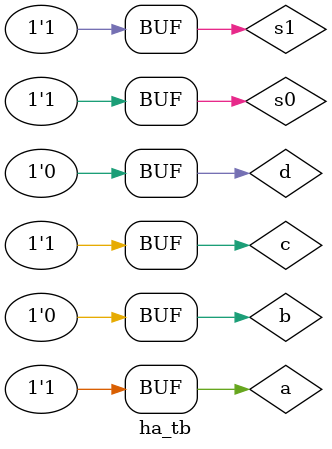
<source format=v>
module fulladder(a,b,c,d,s0,s1,out);
input a,b,c,d,s0,s1;
output out;
wire x,y,z,e,s1b,s0b;
not(s1b,s1);
not(s0b,s0);
and(x,s0b,s1b,a);
and(y,s0,s1b,b);
and(z,s0b,s1,c);
and(e,s0,s1,d);
or(out,x,y,z,e);
endmodule
//testbench
module ha_tb;
reg a,b,c,d,s0,s1;
wire out;
fulladder uut(a,b,c,d,s0,s1,out);
initial begin
a=1;b=0;c=1;d=0;
#5 s0=0;s1=0;
#5 s0=1;s1=0;
#5 s0=0;s1=1;
#5 s0=1;s1=1;

end
initial begin
$monitor($time,"a=%b b=%b c=%b d=%b s0=%b s1=%b",a,b,c,d,s0,s1,out);
end
endmodule

</source>
